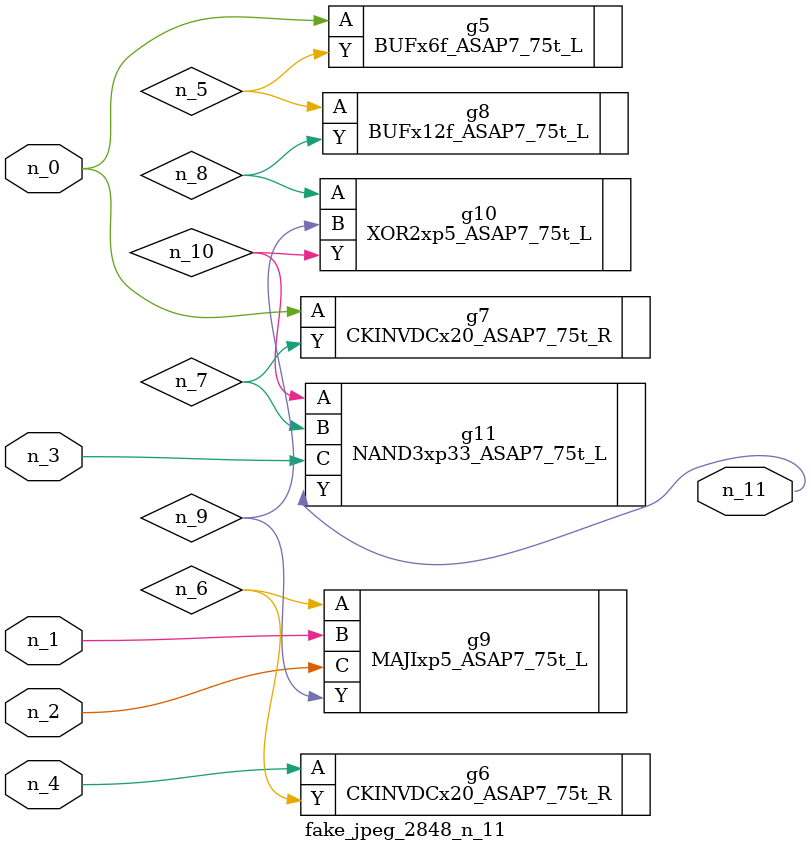
<source format=v>
module fake_jpeg_2848_n_11 (n_3, n_2, n_1, n_0, n_4, n_11);

input n_3;
input n_2;
input n_1;
input n_0;
input n_4;

output n_11;

wire n_10;
wire n_8;
wire n_9;
wire n_6;
wire n_5;
wire n_7;

BUFx6f_ASAP7_75t_L g5 ( 
.A(n_0),
.Y(n_5)
);

CKINVDCx20_ASAP7_75t_R g6 ( 
.A(n_4),
.Y(n_6)
);

CKINVDCx20_ASAP7_75t_R g7 ( 
.A(n_0),
.Y(n_7)
);

BUFx12f_ASAP7_75t_L g8 ( 
.A(n_5),
.Y(n_8)
);

XOR2xp5_ASAP7_75t_L g10 ( 
.A(n_8),
.B(n_9),
.Y(n_10)
);

MAJIxp5_ASAP7_75t_L g9 ( 
.A(n_6),
.B(n_1),
.C(n_2),
.Y(n_9)
);

NAND3xp33_ASAP7_75t_L g11 ( 
.A(n_10),
.B(n_7),
.C(n_3),
.Y(n_11)
);


endmodule
</source>
